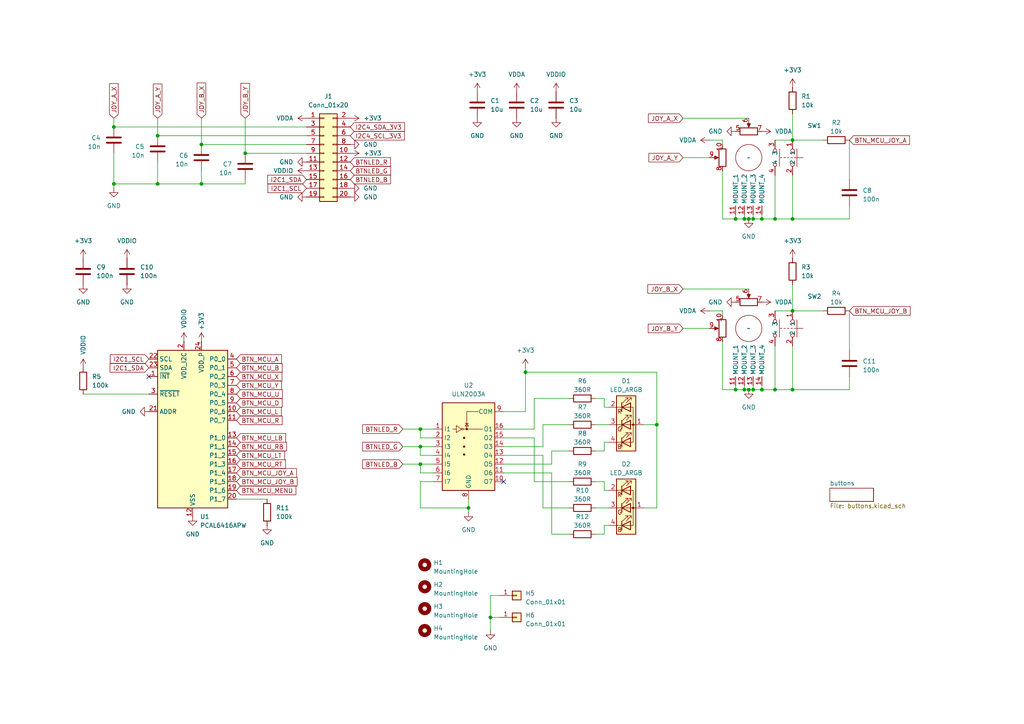
<source format=kicad_sch>
(kicad_sch (version 20250114) (generator "eeschema") (generator_version "9.0")
  (paper "A4")
  (lib_symbols
    (symbol "Connector_Generic:Conn_01x01" (pin_names (offset 1.016) (hide yes))
      (property "Reference" "J" (at 0 2.54 0))
      (property "Value" "Conn_01x01" (at 0 -2.54 0))
      (symbol "Conn_01x01_1_1"
        (rectangle (start -1.27 1.27) (end 1.27 -1.27) (stroke (width 0.254)) (fill (type background)))
        (rectangle (start -1.27 0.127) (end 0 -0.127) (stroke (width 0.1524)))
        (pin passive line (at -5.08 0 0) (length 3.81) (name "Pin_1") (number "1"))
      )
    )
    (symbol "Connector_Generic:Conn_02x10_Odd_Even" (pin_names (offset 1.016) (hide yes))
      (property "Reference" "J" (at 1.27 12.7 0))
      (property "Value" "Conn_02x10_Odd_Even" (at 1.27 -15.24 0))
      (symbol "Conn_02x10_Odd_Even_1_1"
        (rectangle (start -1.27 11.43) (end 3.81 -13.97) (stroke (width 0.254)) (fill (type background)))
        (rectangle (start -1.27 10.287) (end 0 10.033) (stroke (width 0.1524)))
        (rectangle (start -1.27 7.747) (end 0 7.493) (stroke (width 0.1524)))
        (rectangle (start -1.27 5.207) (end 0 4.953) (stroke (width 0.1524)))
        (rectangle (start -1.27 2.667) (end 0 2.413) (stroke (width 0.1524)))
        (rectangle (start -1.27 0.127) (end 0 -0.127) (stroke (width 0.1524)))
        (rectangle (start -1.27 -2.413) (end 0 -2.667) (stroke (width 0.1524)))
        (rectangle (start -1.27 -4.953) (end 0 -5.207) (stroke (width 0.1524)))
        (rectangle (start -1.27 -7.493) (end 0 -7.747) (stroke (width 0.1524)))
        (rectangle (start -1.27 -10.033) (end 0 -10.287) (stroke (width 0.1524)))
        (rectangle (start -1.27 -12.573) (end 0 -12.827) (stroke (width 0.1524)))
        (rectangle (start 3.81 10.287) (end 2.54 10.033) (stroke (width 0.1524)))
        (rectangle (start 3.81 7.747) (end 2.54 7.493) (stroke (width 0.1524)))
        (rectangle (start 3.81 5.207) (end 2.54 4.953) (stroke (width 0.1524)))
        (rectangle (start 3.81 2.667) (end 2.54 2.413) (stroke (width 0.1524)))
        (rectangle (start 3.81 0.127) (end 2.54 -0.127) (stroke (width 0.1524)))
        (rectangle (start 3.81 -2.413) (end 2.54 -2.667) (stroke (width 0.1524)))
        (rectangle (start 3.81 -4.953) (end 2.54 -5.207) (stroke (width 0.1524)))
        (rectangle (start 3.81 -7.493) (end 2.54 -7.747) (stroke (width 0.1524)))
        (rectangle (start 3.81 -10.033) (end 2.54 -10.287) (stroke (width 0.1524)))
        (rectangle (start 3.81 -12.573) (end 2.54 -12.827) (stroke (width 0.1524)))
        (pin passive line (at -5.08 10.16 0) (length 3.81) (name "Pin_1") (number "1"))
        (pin passive line (at -5.08 7.62 0) (length 3.81) (name "Pin_3") (number "3"))
        (pin passive line (at -5.08 5.08 0) (length 3.81) (name "Pin_5") (number "5"))
        (pin passive line (at -5.08 2.54 0) (length 3.81) (name "Pin_7") (number "7"))
        (pin passive line (at -5.08 0 0) (length 3.81) (name "Pin_9") (number "9"))
        (pin passive line (at -5.08 -2.54 0) (length 3.81) (name "Pin_11") (number "11"))
        (pin passive line (at -5.08 -5.08 0) (length 3.81) (name "Pin_13") (number "13"))
        (pin passive line (at -5.08 -7.62 0) (length 3.81) (name "Pin_15") (number "15"))
        (pin passive line (at -5.08 -10.16 0) (length 3.81) (name "Pin_17") (number "17"))
        (pin passive line (at -5.08 -12.7 0) (length 3.81) (name "Pin_19") (number "19"))
        (pin passive line (at 7.62 10.16 180) (length 3.81) (name "Pin_2") (number "2"))
        (pin passive line (at 7.62 7.62 180) (length 3.81) (name "Pin_4") (number "4"))
        (pin passive line (at 7.62 5.08 180) (length 3.81) (name "Pin_6") (number "6"))
        (pin passive line (at 7.62 2.54 180) (length 3.81) (name "Pin_8") (number "8"))
        (pin passive line (at 7.62 0 180) (length 3.81) (name "Pin_10") (number "10"))
        (pin passive line (at 7.62 -2.54 180) (length 3.81) (name "Pin_12") (number "12"))
        (pin passive line (at 7.62 -5.08 180) (length 3.81) (name "Pin_14") (number "14"))
        (pin passive line (at 7.62 -7.62 180) (length 3.81) (name "Pin_16") (number "16"))
        (pin passive line (at 7.62 -10.16 180) (length 3.81) (name "Pin_18") (number "18"))
        (pin passive line (at 7.62 -12.7 180) (length 3.81) (name "Pin_20") (number "20"))
      )
    )
    (symbol "Device:C" (pin_numbers (hide yes)) (pin_names (offset 0.254))
      (property "Reference" "C" (at 0.635 2.54 0))
      (property "Value" "C" (at 0.635 -2.54 0))
      (symbol "C_0_1"
        (polyline (pts (xy -2.032 0.762) (xy 2.032 0.762)) (stroke (width 0.508)))
        (polyline (pts (xy -2.032 -0.762) (xy 2.032 -0.762)) (stroke (width 0.508)))
      )
      (symbol "C_1_1"
        (pin passive line (at 0 3.81 270) (length 2.794) (name "~") (number "1"))
        (pin passive line (at 0 -3.81 90) (length 2.794) (name "~") (number "2"))
      )
    )
    (symbol "Device:LED_ARGB" (pin_names (offset 0) (hide yes))
      (property "Reference" "D" (at 0 9.398 0))
      (property "Value" "LED_ARGB" (at 0 -8.89 0))
      (symbol "LED_ARGB_0_0"
        (text "R" (at -1.905 3.81 0) (effects (font (size 1.27 1.27))))
        (text "G" (at -1.905 -1.27 0) (effects (font (size 1.27 1.27))))
        (text "B" (at -1.905 -6.35 0) (effects (font (size 1.27 1.27))))
      )
      (symbol "LED_ARGB_0_1"
        (polyline (pts (xy -1.27 6.35) (xy -1.27 3.81)) (stroke (width 0.254)))
        (polyline (pts (xy -1.27 6.35) (xy -1.27 3.81) (xy -1.27 3.81)))
        (polyline (pts (xy -1.27 5.08) (xy -2.54 5.08)))
        (polyline (pts (xy -1.27 5.08) (xy 1.27 5.08)))
        (polyline (pts (xy -1.27 1.27) (xy -1.27 -1.27)) (stroke (width 0.254)))
        (polyline (pts (xy -1.27 1.27) (xy -1.27 -1.27) (xy -1.27 -1.27)))
        (polyline (pts (xy -1.27 0) (xy -2.54 0)))
        (polyline (pts (xy -1.27 -3.81) (xy -1.27 -6.35)) (stroke (width 0.254)))
        (polyline (pts (xy -1.27 -5.08) (xy -2.54 -5.08)))
        (polyline (pts (xy -1.27 -5.08) (xy 1.27 -5.08)))
        (polyline (pts (xy -1.016 6.35) (xy 0.508 7.874) (xy -0.254 7.874) (xy 0.508 7.874) (xy 0.508 7.112)))
        (polyline (pts (xy -1.016 1.27) (xy 0.508 2.794) (xy -0.254 2.794) (xy 0.508 2.794) (xy 0.508 2.032)))
        (polyline (pts (xy -1.016 -3.81) (xy 0.508 -2.286) (xy -0.254 -2.286) (xy 0.508 -2.286) (xy 0.508 -3.048)))
        (polyline (pts (xy 0 6.35) (xy 1.524 7.874) (xy 0.762 7.874) (xy 1.524 7.874) (xy 1.524 7.112)))
        (polyline (pts (xy 0 1.27) (xy 1.524 2.794) (xy 0.762 2.794) (xy 1.524 2.794) (xy 1.524 2.032)))
        (polyline (pts (xy 0 -3.81) (xy 1.524 -2.286) (xy 0.762 -2.286) (xy 1.524 -2.286) (xy 1.524 -3.048)))
        (polyline (pts (xy 1.27 6.35) (xy 1.27 3.81) (xy -1.27 5.08) (xy 1.27 6.35)) (stroke (width 0.254)))
        (rectangle (start 1.27 6.35) (end 1.27 6.35))
        (rectangle (start 1.27 3.81) (end 1.27 6.35))
        (polyline (pts (xy 1.27 1.27) (xy 1.27 -1.27) (xy -1.27 0) (xy 1.27 1.27)) (stroke (width 0.254)))
        (rectangle (start 1.27 1.27) (end 1.27 1.27))
        (polyline (pts (xy 1.27 0) (xy -1.27 0)))
        (polyline (pts (xy 1.27 0) (xy 2.54 0)))
        (rectangle (start 1.27 -1.27) (end 1.27 1.27))
        (polyline (pts (xy 1.27 -3.81) (xy 1.27 -6.35) (xy -1.27 -5.08) (xy 1.27 -3.81)) (stroke (width 0.254)))
        (polyline (pts (xy 1.27 -5.08) (xy 2.032 -5.08) (xy 2.032 5.08) (xy 1.27 5.08)))
        (circle (center 2.032 0) (radius 0.254) (fill (type outline)))
        (rectangle (start 2.794 8.382) (end -2.794 -7.62) (stroke (width 0.254)) (fill (type background)))
      )
      (symbol "LED_ARGB_1_1"
        (pin passive line (at -5.08 5.08 0) (length 2.54) (name "RK") (number "2"))
        (pin passive line (at -5.08 0 0) (length 2.54) (name "GK") (number "3"))
        (pin passive line (at -5.08 -5.08 0) (length 2.54) (name "BK") (number "4"))
        (pin passive line (at 5.08 0 180) (length 2.54) (name "A") (number "1"))
      )
    )
    (symbol "Device:R" (pin_numbers (hide yes)) (pin_names (offset 0))
      (property "Reference" "R" (at 2.032 0 90))
      (property "Value" "R" (at 0 0 90))
      (symbol "R_0_1"
        (rectangle (start -1.016 -2.54) (end 1.016 2.54) (stroke (width 0.254)))
      )
      (symbol "R_1_1"
        (pin passive line (at 0 3.81 270) (length 1.27) (name "~") (number "1"))
        (pin passive line (at 0 -3.81 90) (length 1.27) (name "~") (number "2"))
      )
    )
    (symbol "Interface_Expansion:PCAL6416APW"
      (property "Reference" "U" (at -10.16 24.13 0))
      (property "Value" "PCAL6416APW" (at 3.81 24.13 0))
      (symbol "PCAL6416APW_0_1"
        (rectangle (start -10.16 22.86) (end 10.16 -22.86) (stroke (width 0.254)) (fill (type background)))
      )
      (symbol "PCAL6416APW_1_1"
        (pin input line (at -12.7 20.32 0) (length 2.54) (name "SCL") (number "22"))
        (pin bidirectional line (at -12.7 17.78 0) (length 2.54) (name "SDA") (number "23"))
        (pin open_collector line (at -12.7 15.24 0) (length 2.54) (name "~{INT}") (number "1"))
        (pin input line (at -12.7 10.16 0) (length 2.54) (name "~{RESET}") (number "3"))
        (pin input line (at -12.7 5.08 0) (length 2.54) (name "ADDR") (number "21"))
        (pin power_in line (at -2.54 25.4 270) (length 2.54) (name "VDD_I2C") (number "2"))
        (pin power_in line (at 0 -25.4 90) (length 2.54) (name "VSS") (number "12"))
        (pin power_in line (at 2.54 25.4 270) (length 2.54) (name "VDD_P") (number "24"))
        (pin bidirectional line (at 12.7 20.32 180) (length 2.54) (name "P0_0") (number "4"))
        (pin bidirectional line (at 12.7 17.78 180) (length 2.54) (name "P0_1") (number "5"))
        (pin bidirectional line (at 12.7 15.24 180) (length 2.54) (name "P0_2") (number "6"))
        (pin bidirectional line (at 12.7 12.7 180) (length 2.54) (name "P0_3") (number "7"))
        (pin bidirectional line (at 12.7 10.16 180) (length 2.54) (name "P0_4") (number "8"))
        (pin bidirectional line (at 12.7 7.62 180) (length 2.54) (name "P0_5") (number "9"))
        (pin bidirectional line (at 12.7 5.08 180) (length 2.54) (name "P0_6") (number "10"))
        (pin bidirectional line (at 12.7 2.54 180) (length 2.54) (name "P0_7") (number "11"))
        (pin bidirectional line (at 12.7 -2.54 180) (length 2.54) (name "P1_0") (number "13"))
        (pin bidirectional line (at 12.7 -5.08 180) (length 2.54) (name "P1_1") (number "14"))
        (pin bidirectional line (at 12.7 -7.62 180) (length 2.54) (name "P1_2") (number "15"))
        (pin bidirectional line (at 12.7 -10.16 180) (length 2.54) (name "P1_3") (number "16"))
        (pin bidirectional line (at 12.7 -12.7 180) (length 2.54) (name "P1_4") (number "17"))
        (pin bidirectional line (at 12.7 -15.24 180) (length 2.54) (name "P1_5") (number "18"))
        (pin bidirectional line (at 12.7 -17.78 180) (length 2.54) (name "P1_6") (number "19"))
        (pin bidirectional line (at 12.7 -20.32 180) (length 2.54) (name "P1_7") (number "20"))
      )
    )
    (symbol "Mechanical:MountingHole" (pin_names (offset 1.016))
      (property "Reference" "H" (at 0 5.08 0))
      (property "Value" "MountingHole" (at 0 3.175 0))
      (symbol "MountingHole_0_1"
        (circle (center 0 0) (radius 1.27) (stroke (width 1.27)))
      )
    )
    (symbol "Transistor_Array:ULN2003A"
      (property "Reference" "U" (at 0 15.875 0))
      (property "Value" "ULN2003A" (at 0 13.97 0))
      (symbol "ULN2003A_0_1"
        (rectangle (start -7.62 -12.7) (end 7.62 12.7) (stroke (width 0.254)) (fill (type background)))
        (polyline (pts (xy -4.572 5.08) (xy -3.556 5.08)))
        (polyline (pts (xy -3.556 6.096) (xy -3.556 4.064) (xy -2.032 5.08) (xy -3.556 6.096)))
        (circle (center -1.778 5.08) (radius 0.254))
        (polyline (pts (xy -1.524 5.08) (xy 4.064 5.08)))
        (circle (center -1.27 2.54) (radius 0.254) (fill (type outline)))
        (circle (center -1.27 0) (radius 0.254) (fill (type outline)))
        (circle (center -1.27 -2.286) (radius 0.254) (fill (type outline)))
        (circle (center -0.508 5.08) (radius 0.254) (fill (type outline)))
        (polyline (pts (xy -0.508 5.08) (xy -0.508 10.16) (xy 2.921 10.16)))
        (polyline (pts (xy 0 6.731) (xy -1.016 6.731)))
        (polyline (pts (xy 0 5.969) (xy -1.016 5.969) (xy -0.508 6.731) (xy 0 5.969)))
      )
      (symbol "ULN2003A_1_1"
        (pin input line (at -10.16 5.08 0) (length 2.54) (name "I1") (number "1"))
        (pin input line (at -10.16 2.54 0) (length 2.54) (name "I2") (number "2"))
        (pin input line (at -10.16 0 0) (length 2.54) (name "I3") (number "3"))
        (pin input line (at -10.16 -2.54 0) (length 2.54) (name "I4") (number "4"))
        (pin input line (at -10.16 -5.08 0) (length 2.54) (name "I5") (number "5"))
        (pin input line (at -10.16 -7.62 0) (length 2.54) (name "I6") (number "6"))
        (pin input line (at -10.16 -10.16 0) (length 2.54) (name "I7") (number "7"))
        (pin power_in line (at 0 -15.24 90) (length 2.54) (name "GND") (number "8"))
        (pin passive line (at 10.16 10.16 180) (length 2.54) (name "COM") (number "9"))
        (pin open_collector line (at 10.16 5.08 180) (length 2.54) (name "O1") (number "16"))
        (pin open_collector line (at 10.16 2.54 180) (length 2.54) (name "O2") (number "15"))
        (pin open_collector line (at 10.16 0 180) (length 2.54) (name "O3") (number "14"))
        (pin open_collector line (at 10.16 -2.54 180) (length 2.54) (name "O4") (number "13"))
        (pin open_collector line (at 10.16 -5.08 180) (length 2.54) (name "O5") (number "12"))
        (pin open_collector line (at 10.16 -7.62 180) (length 2.54) (name "O6") (number "11"))
        (pin open_collector line (at 10.16 -10.16 180) (length 2.54) (name "O7") (number "10"))
      )
    )
    (symbol "gk-syms:XBOX_THUMB"
      (property "Reference" "SW" (at 0 20.32 0))
      (symbol "XBOX_THUMB_0_1"
        (polyline (pts (xy -10.16 0) (xy -9.144 0)))
        (polyline (pts (xy -8.763 0) (xy -9.906 -0.508) (xy -9.906 0.508) (xy -8.763 0)) (fill (type outline)))
        (rectangle (start -8.636 -2.54) (end -6.604 2.54) (stroke (width 0.254)))
        (rectangle (start -2.54 8.636) (end 2.54 6.604) (stroke (width 0.254)))
        (polyline (pts (xy 0 10.16) (xy 0 9.144)))
        (polyline (pts (xy 0 8.763) (xy -0.508 9.906) (xy 0.508 9.906) (xy 0 8.763)) (fill (type outline)))
        (circle (center 0 0) (radius 3.81))
        (circle (center 7.62 2.032) (radius 0.508))
        (circle (center 7.62 -2.032) (radius 0.508))
        (polyline (pts (xy 8.89 -2.54) (xy 8.89 2.54)))
        (polyline (pts (xy 9.652 0) (xy 9.144 0)))
        (polyline (pts (xy 10.668 0) (xy 10.16 0)))
        (polyline (pts (xy 11.176 0) (xy 11.684 0)))
        (polyline (pts (xy 12.192 0) (xy 12.7 0)))
        (circle (center 12.7 2.032) (radius 0.508))
        (circle (center 12.7 -2.032) (radius 0.508))
        (polyline (pts (xy 13.208 0) (xy 13.716 0)))
        (polyline (pts (xy 13.97 0) (xy 15.748 0)))
        (polyline (pts (xy 13.97 -2.54) (xy 13.97 2.54)))
        (pin passive line (at 7.62 5.08 270) (length 2.54) (name "3") (number "3"))
        (pin passive line (at 7.62 -5.08 90) (length 2.54) (name "4") (number "4"))
        (pin passive line (at 12.7 5.08 270) (length 2.54) (name "1") (number "1"))
        (pin passive line (at 12.7 -5.08 90) (length 2.54) (name "2") (number "2"))
      )
      (symbol "XBOX_THUMB_1_1"
        (pin passive line (at -11.43 0 0) (length 1.27) (name "") (number "9"))
        (pin passive line (at -7.62 3.81 270) (length 1.27) (name "") (number "10"))
        (pin passive line (at -7.62 -3.81 90) (length 1.27) (name "") (number "8"))
        (pin passive line (at -3.81 7.62 0) (length 1.27) (name "") (number "5"))
        (pin passive line (at -3.81 -16.51 90) (length 2.54) (name "MOUNT_1") (number "11"))
        (pin passive line (at -1.27 -16.51 90) (length 2.54) (name "MOUNT_2") (number "12"))
        (pin passive line (at 0 11.43 270) (length 1.27) (name "") (number "6"))
        (pin passive line (at 1.27 -16.51 90) (length 2.54) (name "MOUNT_3") (number "13"))
        (pin passive line (at 3.81 7.62 180) (length 1.27) (name "") (number "7"))
        (pin passive line (at 3.81 -16.51 90) (length 2.54) (name "MOUNT_4") (number "14"))
      )
    )
    (symbol "power:+3V3" (power) (pin_numbers (hide yes)) (pin_names (offset 0) (hide yes))
      (property "Value" "+3V3" (at 0 3.556 0))
      (symbol "+3V3_0_1"
        (polyline (pts (xy -0.762 1.27) (xy 0 2.54)))
        (polyline (pts (xy 0 2.54) (xy 0.762 1.27)))
        (polyline (pts (xy 0 0) (xy 0 2.54)))
      )
      (symbol "+3V3_1_1"
        (pin power_in line (at 0 0 90) (length 0) (name "~") (number "1"))
      )
    )
    (symbol "power:GND" (power) (pin_numbers (hide yes)) (pin_names (offset 0) (hide yes))
      (property "Value" "GND" (at 0 -3.81 0))
      (symbol "GND_0_1"
        (polyline (pts (xy 0 0) (xy 0 -1.27) (xy 1.27 -1.27) (xy 0 -2.54) (xy -1.27 -1.27) (xy 0 -1.27)))
      )
      (symbol "GND_1_1"
        (pin power_in line (at 0 0 270) (length 0) (name "~") (number "1"))
      )
    )
    (symbol "power:VDD" (power) (pin_numbers (hide yes)) (pin_names (offset 0) (hide yes))
      (property "Value" "VDD" (at 0 3.556 0))
      (symbol "VDD_0_1"
        (polyline (pts (xy -0.762 1.27) (xy 0 2.54)))
        (polyline (pts (xy 0 2.54) (xy 0.762 1.27)))
        (polyline (pts (xy 0 0) (xy 0 2.54)))
      )
      (symbol "VDD_1_1"
        (pin power_in line (at 0 0 90) (length 0) (name "~") (number "1"))
      )
    )
    (symbol "power:VDDA" (power) (pin_numbers (hide yes)) (pin_names (offset 0) (hide yes))
      (property "Value" "VDDA" (at 0 3.556 0))
      (symbol "VDDA_0_1"
        (polyline (pts (xy -0.762 1.27) (xy 0 2.54)))
        (polyline (pts (xy 0 2.54) (xy 0.762 1.27)))
        (polyline (pts (xy 0 0) (xy 0 2.54)))
      )
      (symbol "VDDA_1_1"
        (pin power_in line (at 0 0 90) (length 0) (name "~") (number "1"))
      )
    )
  )
  (junction (at 217.17 113.03))
  (junction (at 224.79 113.03))
  (junction (at 135.89 147.32))
  (junction (at 121.92 124.46))
  (junction (at 215.9 63.5))
  (junction (at 33.02 36.83))
  (junction (at 33.02 53.34))
  (junction (at 213.36 63.5))
  (junction (at 229.87 113.03))
  (junction (at 220.98 113.03))
  (junction (at 229.87 40.64))
  (junction (at 220.98 63.5))
  (junction (at 213.36 113.03))
  (junction (at 142.24 179.07))
  (junction (at 121.92 129.54))
  (junction (at 71.12 44.45))
  (junction (at 229.87 63.5))
  (junction (at 121.92 134.62))
  (junction (at 58.42 53.34))
  (junction (at 45.72 39.37))
  (junction (at 217.17 63.5))
  (junction (at 224.79 63.5))
  (junction (at 45.72 53.34))
  (junction (at 218.44 63.5))
  (junction (at 229.87 90.17))
  (junction (at 58.42 41.91))
  (junction (at 218.44 113.03))
  (junction (at 152.4 107.95))
  (junction (at 190.5 123.19))
  (junction (at 215.9 113.03))
  (no_connect (at 43.18 109.22))
  (no_connect (at 146.05 139.7))
  (wire (pts (xy 71.12 34.29) (xy 71.12 44.45)))
  (wire (pts (xy 186.69 123.19) (xy 190.5 123.19)))
  (wire (pts (xy 215.9 111.76) (xy 215.9 113.03)))
  (wire (pts (xy 157.48 123.19) (xy 157.48 129.54)))
  (wire (pts (xy 45.72 34.29) (xy 45.72 39.37)))
  (wire (pts (xy 116.84 134.62) (xy 121.92 134.62)))
  (wire (pts (xy 229.87 40.64) (xy 238.76 40.64)))
  (wire (pts (xy 224.79 100.33) (xy 224.79 113.03)))
  (wire (pts (xy 229.87 113.03) (xy 224.79 113.03)))
  (wire (pts (xy 229.87 90.17) (xy 238.76 90.17)))
  (wire (pts (xy 172.72 139.7) (xy 175.26 139.7)))
  (wire (pts (xy 209.55 113.03) (xy 213.36 113.03)))
  (wire (pts (xy 213.36 111.76) (xy 213.36 113.03)))
  (wire (pts (xy 121.92 124.46) (xy 121.92 127)))
  (wire (pts (xy 175.26 142.24) (xy 176.53 142.24)))
  (wire (pts (xy 229.87 40.64) (xy 229.87 33.02)))
  (wire (pts (xy 160.02 137.16) (xy 146.05 137.16)))
  (wire (pts (xy 213.36 113.03) (xy 215.9 113.03)))
  (wire (pts (xy 121.92 124.46) (xy 125.73 124.46)))
  (wire (pts (xy 121.92 147.32) (xy 121.92 139.7)))
  (wire (pts (xy 121.92 132.08) (xy 125.73 132.08)))
  (wire (pts (xy 152.4 119.38) (xy 146.05 119.38)))
  (wire (pts (xy 229.87 50.8) (xy 229.87 63.5)))
  (wire (pts (xy 215.9 113.03) (xy 217.17 113.03)))
  (wire (pts (xy 152.4 107.95) (xy 152.4 119.38)))
  (wire (pts (xy 175.26 130.81) (xy 175.26 128.27)))
  (wire (pts (xy 165.1 130.81) (xy 160.02 130.81)))
  (wire (pts (xy 157.48 129.54) (xy 146.05 129.54)))
  (wire (pts (xy 190.5 107.95) (xy 152.4 107.95)))
  (wire (pts (xy 209.55 99.06) (xy 209.55 113.03)))
  (wire (pts (xy 165.1 123.19) (xy 157.48 123.19)))
  (wire (pts (xy 209.55 63.5) (xy 213.36 63.5)))
  (wire (pts (xy 229.87 63.5) (xy 246.38 63.5)))
  (wire (pts (xy 209.55 40.64) (xy 209.55 41.91)))
  (wire (pts (xy 224.79 90.17) (xy 229.87 90.17)))
  (wire (pts (xy 121.92 129.54) (xy 121.92 132.08)))
  (wire (pts (xy 229.87 63.5) (xy 224.79 63.5)))
  (wire (pts (xy 121.92 127) (xy 125.73 127)))
  (wire (pts (xy 154.94 139.7) (xy 165.1 139.7)))
  (wire (pts (xy 58.42 41.91) (xy 88.9 41.91)))
  (wire (pts (xy 33.02 44.45) (xy 33.02 53.34)))
  (wire (pts (xy 154.94 127) (xy 154.94 139.7)))
  (wire (pts (xy 198.12 83.82) (xy 217.17 83.82)))
  (wire (pts (xy 165.1 154.94) (xy 160.02 154.94)))
  (wire (pts (xy 218.44 111.76) (xy 218.44 113.03)))
  (wire (pts (xy 33.02 34.29) (xy 33.02 36.83)))
  (wire (pts (xy 157.48 132.08) (xy 146.05 132.08)))
  (wire (pts (xy 152.4 106.68) (xy 152.4 107.95)))
  (wire (pts (xy 121.92 134.62) (xy 121.92 137.16)))
  (wire (pts (xy 45.72 46.99) (xy 45.72 53.34)))
  (wire (pts (xy 175.26 128.27) (xy 176.53 128.27)))
  (wire (pts (xy 175.26 154.94) (xy 175.26 152.4)))
  (wire (pts (xy 121.92 129.54) (xy 125.73 129.54)))
  (wire (pts (xy 224.79 40.64) (xy 229.87 40.64)))
  (wire (pts (xy 160.02 154.94) (xy 160.02 137.16)))
  (wire (pts (xy 172.72 115.57) (xy 175.26 115.57)))
  (wire (pts (xy 205.74 90.17) (xy 209.55 90.17)))
  (wire (pts (xy 229.87 90.17) (xy 229.87 82.55)))
  (wire (pts (xy 24.13 114.3) (xy 43.18 114.3)))
  (wire (pts (xy 154.94 124.46) (xy 146.05 124.46)))
  (wire (pts (xy 224.79 113.03) (xy 220.98 113.03)))
  (wire (pts (xy 218.44 62.23) (xy 218.44 63.5)))
  (wire (pts (xy 175.26 118.11) (xy 176.53 118.11)))
  (wire (pts (xy 116.84 129.54) (xy 121.92 129.54)))
  (wire (pts (xy 190.5 147.32) (xy 190.5 123.19)))
  (wire (pts (xy 213.36 63.5) (xy 215.9 63.5)))
  (wire (pts (xy 71.12 52.07) (xy 71.12 53.34)))
  (wire (pts (xy 220.98 113.03) (xy 218.44 113.03)))
  (wire (pts (xy 135.89 148.59) (xy 135.89 147.32)))
  (wire (pts (xy 135.89 147.32) (xy 135.89 144.78)))
  (wire (pts (xy 142.24 179.07) (xy 142.24 182.88)))
  (wire (pts (xy 135.89 147.32) (xy 121.92 147.32)))
  (wire (pts (xy 165.1 147.32) (xy 157.48 147.32)))
  (wire (pts (xy 224.79 63.5) (xy 220.98 63.5)))
  (wire (pts (xy 33.02 53.34) (xy 33.02 54.61)))
  (wire (pts (xy 160.02 130.81) (xy 160.02 134.62)))
  (wire (pts (xy 186.69 147.32) (xy 190.5 147.32)))
  (wire (pts (xy 172.72 123.19) (xy 176.53 123.19)))
  (wire (pts (xy 205.74 40.64) (xy 209.55 40.64)))
  (wire (pts (xy 205.74 95.25) (xy 198.12 95.25)))
  (wire (pts (xy 209.55 49.53) (xy 209.55 63.5)))
  (wire (pts (xy 215.9 63.5) (xy 217.17 63.5)))
  (wire (pts (xy 116.84 124.46) (xy 121.92 124.46)))
  (wire (pts (xy 172.72 130.81) (xy 175.26 130.81)))
  (wire (pts (xy 246.38 113.03) (xy 246.38 109.22)))
  (wire (pts (xy 157.48 147.32) (xy 157.48 132.08)))
  (wire (pts (xy 68.58 144.78) (xy 77.47 144.78)))
  (wire (pts (xy 154.94 115.57) (xy 154.94 124.46)))
  (wire (pts (xy 58.42 53.34) (xy 45.72 53.34)))
  (wire (pts (xy 246.38 63.5) (xy 246.38 59.69)))
  (wire (pts (xy 213.36 62.23) (xy 213.36 63.5)))
  (wire (pts (xy 165.1 115.57) (xy 154.94 115.57)))
  (wire (pts (xy 246.38 90.17) (xy 246.38 101.6)))
  (wire (pts (xy 190.5 123.19) (xy 190.5 107.95)))
  (wire (pts (xy 121.92 139.7) (xy 125.73 139.7)))
  (wire (pts (xy 229.87 113.03) (xy 246.38 113.03)))
  (wire (pts (xy 175.26 152.4) (xy 176.53 152.4)))
  (wire (pts (xy 220.98 111.76) (xy 220.98 113.03)))
  (wire (pts (xy 218.44 63.5) (xy 217.17 63.5)))
  (wire (pts (xy 121.92 137.16) (xy 125.73 137.16)))
  (wire (pts (xy 71.12 44.45) (xy 88.9 44.45)))
  (wire (pts (xy 172.72 154.94) (xy 175.26 154.94)))
  (wire (pts (xy 229.87 100.33) (xy 229.87 113.03)))
  (wire (pts (xy 146.05 127) (xy 154.94 127)))
  (wire (pts (xy 198.12 34.29) (xy 217.17 34.29)))
  (wire (pts (xy 175.26 139.7) (xy 175.26 142.24)))
  (wire (pts (xy 33.02 36.83) (xy 88.9 36.83)))
  (wire (pts (xy 71.12 53.34) (xy 58.42 53.34)))
  (wire (pts (xy 224.79 50.8) (xy 224.79 63.5)))
  (wire (pts (xy 209.55 90.17) (xy 209.55 91.44)))
  (wire (pts (xy 172.72 147.32) (xy 176.53 147.32)))
  (wire (pts (xy 144.78 172.72) (xy 142.24 172.72)))
  (wire (pts (xy 205.74 45.72) (xy 198.12 45.72)))
  (wire (pts (xy 142.24 172.72) (xy 142.24 179.07)))
  (wire (pts (xy 45.72 39.37) (xy 88.9 39.37)))
  (wire (pts (xy 45.72 53.34) (xy 33.02 53.34)))
  (wire (pts (xy 246.38 40.64) (xy 246.38 52.07)))
  (wire (pts (xy 215.9 62.23) (xy 215.9 63.5)))
  (wire (pts (xy 58.42 49.53) (xy 58.42 53.34)))
  (wire (pts (xy 58.42 34.29) (xy 58.42 41.91)))
  (wire (pts (xy 218.44 113.03) (xy 217.17 113.03)))
  (wire (pts (xy 146.05 134.62) (xy 160.02 134.62)))
  (wire (pts (xy 220.98 63.5) (xy 218.44 63.5)))
  (wire (pts (xy 121.92 134.62) (xy 125.73 134.62)))
  (wire (pts (xy 175.26 115.57) (xy 175.26 118.11)))
  (wire (pts (xy 142.24 179.07) (xy 144.78 179.07)))
  (wire (pts (xy 220.98 62.23) (xy 220.98 63.5)))
  (global_label "BTN_MCU_Y" (shape input) (at 68.58 111.76 0) (property "Intersheetrefs" "${INTERSHEET_REFS}" (effects (hide yes))))
  (global_label "BTN_MCU_JOY_A" (shape input) (at 68.58 137.16 0) (property "Intersheetrefs" "${INTERSHEET_REFS}" (effects (hide yes))))
  (global_label "JOY_B_Y" (shape input) (at 198.12 95.25 180) (property "Intersheetrefs" "${INTERSHEET_REFS}" (effects (hide yes))))
  (global_label "BTNLED_R" (shape input) (at 116.84 124.46 180) (property "Intersheetrefs" "${INTERSHEET_REFS}" (effects (hide yes))))
  (global_label "JOY_B_X" (shape input) (at 198.12 83.82 180) (property "Intersheetrefs" "${INTERSHEET_REFS}" (effects (hide yes))))
  (global_label "BTN_MCU_RT" (shape input) (at 68.58 134.62 0) (property "Intersheetrefs" "${INTERSHEET_REFS}" (effects (hide yes))))
  (global_label "BTN_MCU_R" (shape input) (at 68.58 121.92 0) (property "Intersheetrefs" "${INTERSHEET_REFS}" (effects (hide yes))))
  (global_label "BTNLED_B" (shape input) (at 101.6 52.07 0) (property "Intersheetrefs" "${INTERSHEET_REFS}" (effects (hide yes))))
  (global_label "BTN_MCU_JOY_A" (shape input) (at 246.38 40.64 0) (property "Intersheetrefs" "${INTERSHEET_REFS}" (effects (hide yes))))
  (global_label "JOY_B_X" (shape input) (at 58.42 34.29 90) (property "Intersheetrefs" "${INTERSHEET_REFS}" (effects (hide yes))))
  (global_label "BTN_MCU_B" (shape input) (at 68.58 106.68 0) (property "Intersheetrefs" "${INTERSHEET_REFS}" (effects (hide yes))))
  (global_label "BTNLED_B" (shape input) (at 116.84 134.62 180) (property "Intersheetrefs" "${INTERSHEET_REFS}" (effects (hide yes))))
  (global_label "BTN_MCU_D" (shape input) (at 68.58 116.84 0) (property "Intersheetrefs" "${INTERSHEET_REFS}" (effects (hide yes))))
  (global_label "BTN_MCU_JOY_B" (shape input) (at 246.38 90.17 0) (property "Intersheetrefs" "${INTERSHEET_REFS}" (effects (hide yes))))
  (global_label "JOY_A_X" (shape input) (at 33.02 34.29 90) (property "Intersheetrefs" "${INTERSHEET_REFS}" (effects (hide yes))))
  (global_label "I2C1_SCL" (shape input) (at 88.9 54.61 180) (property "Intersheetrefs" "${INTERSHEET_REFS}" (effects (hide yes))))
  (global_label "JOY_A_X" (shape input) (at 198.12 34.29 180) (property "Intersheetrefs" "${INTERSHEET_REFS}" (effects (hide yes))))
  (global_label "BTN_MCU_MENU" (shape input) (at 68.58 142.24 0) (property "Intersheetrefs" "${INTERSHEET_REFS}" (effects (hide yes))))
  (global_label "BTNLED_G" (shape input) (at 116.84 129.54 180) (property "Intersheetrefs" "${INTERSHEET_REFS}" (effects (hide yes))))
  (global_label "BTN_MCU_JOY_B" (shape input) (at 68.58 139.7 0) (property "Intersheetrefs" "${INTERSHEET_REFS}" (effects (hide yes))))
  (global_label "JOY_A_Y" (shape input) (at 198.12 45.72 180) (property "Intersheetrefs" "${INTERSHEET_REFS}" (effects (hide yes))))
  (global_label "BTN_MCU_LT" (shape input) (at 68.58 132.08 0) (property "Intersheetrefs" "${INTERSHEET_REFS}" (effects (hide yes))))
  (global_label "BTN_MCU_U" (shape input) (at 68.58 114.3 0) (property "Intersheetrefs" "${INTERSHEET_REFS}" (effects (hide yes))))
  (global_label "BTN_MCU_RB" (shape input) (at 68.58 129.54 0) (property "Intersheetrefs" "${INTERSHEET_REFS}" (effects (hide yes))))
  (global_label "I2C1_SDA" (shape input) (at 43.18 106.68 180) (property "Intersheetrefs" "${INTERSHEET_REFS}" (effects (hide yes))))
  (global_label "BTNLED_R" (shape input) (at 101.6 46.99 0) (property "Intersheetrefs" "${INTERSHEET_REFS}" (effects (hide yes))))
  (global_label "JOY_B_Y" (shape input) (at 71.12 34.29 90) (property "Intersheetrefs" "${INTERSHEET_REFS}" (effects (hide yes))))
  (global_label "I2C1_SCL" (shape input) (at 43.18 104.14 180) (property "Intersheetrefs" "${INTERSHEET_REFS}" (effects (hide yes))))
  (global_label "BTN_MCU_X" (shape input) (at 68.58 109.22 0) (property "Intersheetrefs" "${INTERSHEET_REFS}" (effects (hide yes))))
  (global_label "BTN_MCU_LB" (shape input) (at 68.58 127 0) (property "Intersheetrefs" "${INTERSHEET_REFS}" (effects (hide yes))))
  (global_label "JOY_A_Y" (shape input) (at 45.72 34.29 90) (property "Intersheetrefs" "${INTERSHEET_REFS}" (effects (hide yes))))
  (global_label "I2C4_SDA_3V3" (shape input) (at 101.6 36.83 0) (property "Intersheetrefs" "${INTERSHEET_REFS}" (effects (hide yes))))
  (global_label "BTN_MCU_L" (shape input) (at 68.58 119.38 0) (property "Intersheetrefs" "${INTERSHEET_REFS}" (effects (hide yes))))
  (global_label "BTNLED_G" (shape input) (at 101.6 49.53 0) (property "Intersheetrefs" "${INTERSHEET_REFS}" (effects (hide yes))))
  (global_label "BTN_MCU_A" (shape input) (at 68.58 104.14 0) (property "Intersheetrefs" "${INTERSHEET_REFS}" (effects (hide yes))))
  (global_label "I2C4_SCL_3V3" (shape input) (at 101.6 39.37 0) (property "Intersheetrefs" "${INTERSHEET_REFS}" (effects (hide yes))))
  (global_label "I2C1_SDA" (shape input) (at 88.9 52.07 180) (property "Intersheetrefs" "${INTERSHEET_REFS}" (effects (hide yes))))
  (symbol (lib_id "Connector_Generic:Conn_01x01") (at 149.86 172.72 0) (unit 1)
    (property "Reference" "H5" (at 152.4 172.085 0) (effects (justify left)))
    (property "Value" "Conn_01x01" (at 152.4 174.625 0) (effects (justify left)))
    (property "Footprint" "Connector_PinHeader_2.54mm:PinHeader_1x01_P2.54mm_Vertical" (effects (hide yes)))
  )
  (symbol (lib_id "Device:R") (at 168.91 147.32 270) (unit 1)
    (property "Reference" "R10" (at 168.91 142.24 90))
    (property "Value" "360R" (at 168.91 144.78 90))
    (property "Footprint" "Resistor_SMD:R_0603_1608Metric" (effects (hide yes)))
  )
  (symbol (lib_id "Interface_Expansion:PCAL6416APW") (at 55.88 124.46 0) (unit 1)
    (property "Reference" "U1" (at 58.0233 149.86 0) (effects (justify left)))
    (property "Value" "PCAL6416APW" (at 58.0233 152.4 0) (effects (justify left)))
    (property "Footprint" "Package_SO:TSSOP-24_4.4x7.8mm_P0.65mm" (effects (hide yes)))
    (property "Datasheet" "https://www.nxp.com/docs/en/data-sheet/PCAL6416A.pdf" (effects (hide yes)))
    (property "Description" "IO expander 16 GPIO, I2C 400kHz, Interrupt, 1.65 - 5.5V, TSSOP-24" (effects (hide yes)))
  )
  (symbol (lib_id "power:VDD") (at 53.34 99.06 0) (unit 1)
    (property "Reference" "#PWR030" (effects (hide yes)))
    (property "Value" "VDDIO" (at 53.34 92.456 90))
    (property "Description" "Power symbol creates a global label with name \"VDD\"" (effects (hide yes)))
  )
  (symbol (lib_id "power:GND") (at 55.88 149.86 0) (mirror y) (unit 1)
    (property "Reference" "#PWR037" (effects (hide yes)))
    (property "Value" "GND" (at 55.88 154.94 0))
    (property "Description" "Power symbol creates a global label with name \"GND\" , ground" (effects (hide yes)))
  )
  (symbol (lib_id "Device:C") (at 58.42 45.72 0) (mirror y) (unit 1)
    (property "Reference" "C6" (at 54.61 45.085 0) (effects (justify left)))
    (property "Value" "10n" (at 54.61 47.625 0) (effects (justify left)))
    (property "Footprint" "Capacitor_SMD:C_0603_1608Metric" (effects (hide yes)))
  )
  (symbol (lib_id "power:GND") (at 43.18 119.38 270) (mirror x) (unit 1)
    (property "Reference" "#PWR035" (effects (hide yes)))
    (property "Value" "GND" (at 39.37 119.3799 90) (effects (justify right)))
    (property "Description" "Power symbol creates a global label with name \"GND\" , ground" (effects (hide yes)))
  )
  (symbol (lib_id "power:VDDA") (at 205.74 90.17 90) (unit 1)
    (property "Reference" "#PWR029" (effects (hide yes)))
    (property "Value" "VDDA" (at 201.93 90.1699 90) (effects (justify left)))
    (property "Description" "Power symbol creates a global label with name \"VDDA\"" (effects (hide yes)))
  )
  (symbol (lib_id "Device:C") (at 71.12 48.26 0) (mirror y) (unit 1)
    (property "Reference" "C7" (at 67.31 47.625 0) (effects (justify left)))
    (property "Value" "10n" (at 67.31 50.165 0) (effects (justify left)))
    (property "Footprint" "Capacitor_SMD:C_0603_1608Metric" (effects (hide yes)))
  )
  (symbol (lib_id "Device:R") (at 168.91 130.81 270) (unit 1)
    (property "Reference" "R8" (at 168.91 125.73 90))
    (property "Value" "360R" (at 168.91 128.27 90))
    (property "Footprint" "Resistor_SMD:R_0603_1608Metric" (effects (hide yes)))
  )
  (symbol (lib_id "power:GND") (at 138.43 34.29 0) (mirror y) (unit 1)
    (property "Reference" "#PWR07" (effects (hide yes)))
    (property "Value" "GND" (at 138.43 39.37 0))
    (property "Description" "Power symbol creates a global label with name \"GND\" , ground" (effects (hide yes)))
  )
  (symbol (lib_id "power:+3V3") (at 101.6 34.29 270) (mirror x) (unit 1)
    (property "Reference" "#PWR06" (effects (hide yes)))
    (property "Value" "+3V3" (at 105.41 34.2901 90) (effects (justify left)))
    (property "Description" "Power symbol creates a global label with name \"+3V3\"" (effects (hide yes)))
  )
  (symbol (lib_id "power:VDDA") (at 149.86 26.67 0) (unit 1)
    (property "Reference" "#PWR03" (effects (hide yes)))
    (property "Value" "VDDA" (at 149.86 21.59 0))
    (property "Description" "Power symbol creates a global label with name \"VDDA\"" (effects (hide yes)))
  )
  (symbol (lib_id "power:VDDA") (at 220.98 38.1 270) (unit 1)
    (property "Reference" "#PWR011" (effects (hide yes)))
    (property "Value" "VDDA" (at 224.79 38.0999 90) (effects (justify left)))
    (property "Description" "Power symbol creates a global label with name \"VDDA\"" (effects (hide yes)))
  )
  (symbol (lib_id "Device:LED_ARGB") (at 181.61 147.32 0) (unit 1)
    (property "Reference" "D2" (at 181.61 134.62 0))
    (property "Value" "LED_ARGB" (at 181.61 137.16 0))
    (property "Footprint" "LED_SMD:LED_ASMB-KTF0-0A306" (effects (hide yes)))
  )
  (symbol (lib_id "power:+3V3") (at 138.43 26.67 0) (mirror y) (unit 1)
    (property "Reference" "#PWR02" (effects (hide yes)))
    (property "Value" "+3V3" (at 138.43 21.59 0))
    (property "Description" "Power symbol creates a global label with name \"+3V3\"" (effects (hide yes)))
  )
  (symbol (lib_id "Mechanical:MountingHole") (at 123.19 163.83 0) (unit 1)
    (property "Reference" "H1" (at 125.73 163.195 0) (effects (justify left)))
    (property "Value" "MountingHole" (at 125.73 165.735 0) (effects (justify left)))
    (property "Footprint" "MountingHole:MountingHole_3.2mm_M3" (effects (hide yes)))
  )
  (symbol (lib_id "power:GND") (at 33.02 54.61 0) (unit 1)
    (property "Reference" "#PWR017" (effects (hide yes)))
    (property "Value" "GND" (at 33.02 59.69 0))
    (property "Description" "Power symbol creates a global label with name \"GND\" , ground" (effects (hide yes)))
  )
  (symbol (lib_id "Connector_Generic:Conn_02x10_Odd_Even") (at 93.98 44.45 0) (unit 1)
    (property "Reference" "J1" (at 95.25 27.94 0))
    (property "Value" "Conn_01x20" (at 95.25 30.48 0))
    (property "Footprint" "Connector_PinHeader_1.27mm:PinHeader_2x10_P1.27mm_Vertical_SMD" (effects (hide yes)))
    (property "Description" "Generic connector, double row, 02x10, odd/even pin numbering scheme (row 1 odd numbers, row 2 even numbers), script generated (kicad-library-utils/schlib/autogen/connector/)" (effects (hide yes)))
  )
  (symbol (lib_id "gk-syms:XBOX_THUMB") (at 217.17 45.72 0) (unit 1)
    (property "Reference" "SW1" (at 236.22 36.4491 0))
    (property "Value" "~" (at 217.17 45.72 0))
    (property "Footprint" "gk:XBOX_THUMB_ROT_OVERLAP" (effects (hide yes)))
  )
  (symbol (lib_id "power:GND") (at 88.9 46.99 270) (unit 1)
    (property "Reference" "#PWR015" (effects (hide yes)))
    (property "Value" "GND" (at 85.09 46.9901 90) (effects (justify right)))
    (property "Description" "Power symbol creates a global label with name \"GND\" , ground" (effects (hide yes)))
  )
  (symbol (lib_id "gk-syms:XBOX_THUMB") (at 217.17 95.25 0) (unit 1)
    (property "Reference" "SW2" (at 236.22 85.9791 0))
    (property "Value" "~" (at 217.17 95.25 0))
    (property "Footprint" "gk:XBOX_THUMB_ROT_OVERLAP" (effects (hide yes)))
  )
  (symbol (lib_id "power:VDD") (at 24.13 106.68 0) (unit 1)
    (property "Reference" "#PWR032" (effects (hide yes)))
    (property "Value" "VDDIO" (at 24.13 100.076 90))
    (property "Description" "Power symbol creates a global label with name \"VDD\"" (effects (hide yes)))
  )
  (symbol (lib_id "power:GND") (at 142.24 182.88 0) (unit 1)
    (property "Reference" "#PWR088" (effects (hide yes)))
    (property "Value" "GND" (at 142.24 187.96 0))
  )
  (symbol (lib_id "power:GND") (at 101.6 41.91 90) (mirror x) (unit 1)
    (property "Reference" "#PWR013" (effects (hide yes)))
    (property "Value" "GND" (at 105.41 41.9101 90) (effects (justify right)))
    (property "Description" "Power symbol creates a global label with name \"GND\" , ground" (effects (hide yes)))
  )
  (symbol (lib_id "power:+3V3") (at 152.4 106.68 0) (mirror y) (unit 1)
    (property "Reference" "#PWR033" (effects (hide yes)))
    (property "Value" "+3V3" (at 152.4 101.6 0))
    (property "Description" "Power symbol creates a global label with name \"+3V3\"" (effects (hide yes)))
  )
  (symbol (lib_id "Device:C") (at 246.38 55.88 0) (unit 1)
    (property "Reference" "C8" (at 250.19 55.245 0) (effects (justify left)))
    (property "Value" "100n" (at 250.19 57.785 0) (effects (justify left)))
    (property "Footprint" "Capacitor_SMD:C_0603_1608Metric" (effects (hide yes)))
  )
  (symbol (lib_id "Device:C") (at 161.29 30.48 0) (unit 1)
    (property "Reference" "C3" (at 165.1 29.2099 0) (effects (justify left)))
    (property "Value" "10u" (at 165.1 31.7499 0) (effects (justify left)))
    (property "Footprint" "Capacitor_SMD:C_0805_2012Metric" (effects (hide yes)))
    (property "Description" "Unpolarized capacitor" (effects (hide yes)))
  )
  (symbol (lib_id "Device:R") (at 168.91 154.94 270) (unit 1)
    (property "Reference" "R12" (at 168.91 149.86 90))
    (property "Value" "360R" (at 168.91 152.4 90))
    (property "Footprint" "Resistor_SMD:R_0603_1608Metric" (effects (hide yes)))
  )
  (symbol (lib_id "Device:C") (at 36.83 78.74 0) (unit 1)
    (property "Reference" "C10" (at 40.64 77.4699 0) (effects (justify left)))
    (property "Value" "100n" (at 40.64 80.0099 0) (effects (justify left)))
    (property "Footprint" "Capacitor_SMD:C_0603_1608Metric" (effects (hide yes)))
    (property "Description" "Unpolarized capacitor" (effects (hide yes)))
  )
  (symbol (lib_id "power:GND") (at 36.83 82.55 0) (mirror y) (unit 1)
    (property "Reference" "#PWR026" (effects (hide yes)))
    (property "Value" "GND" (at 36.83 87.63 0))
    (property "Description" "Power symbol creates a global label with name \"GND\" , ground" (effects (hide yes)))
  )
  (symbol (lib_id "power:GND") (at 161.29 34.29 0) (mirror y) (unit 1)
    (property "Reference" "#PWR09" (effects (hide yes)))
    (property "Value" "GND" (at 161.29 39.37 0))
    (property "Description" "Power symbol creates a global label with name \"GND\" , ground" (effects (hide yes)))
  )
  (symbol (lib_id "Device:C") (at 138.43 30.48 0) (unit 1)
    (property "Reference" "C1" (at 142.24 29.2099 0) (effects (justify left)))
    (property "Value" "10u" (at 142.24 31.7499 0) (effects (justify left)))
    (property "Footprint" "Capacitor_SMD:C_0805_2012Metric" (effects (hide yes)))
    (property "Description" "Unpolarized capacitor" (effects (hide yes)))
  )
  (symbol (lib_id "Device:R") (at 242.57 40.64 90) (unit 1)
    (property "Reference" "R2" (at 242.57 35.56 90))
    (property "Value" "10k" (at 242.57 38.1 90))
    (property "Footprint" "Resistor_SMD:R_0603_1608Metric" (effects (hide yes)))
  )
  (symbol (lib_id "power:VDD") (at 88.9 49.53 90) (unit 1)
    (property "Reference" "#PWR016" (effects (hide yes)))
    (property "Value" "VDDIO" (at 85.09 49.5301 90) (effects (justify left)))
    (property "Description" "Power symbol creates a global label with name \"VDD\"" (effects (hide yes)))
  )
  (symbol (lib_id "power:GND") (at 149.86 34.29 0) (mirror y) (unit 1)
    (property "Reference" "#PWR08" (effects (hide yes)))
    (property "Value" "GND" (at 149.86 39.37 0))
    (property "Description" "Power symbol creates a global label with name \"GND\" , ground" (effects (hide yes)))
  )
  (symbol (lib_id "power:GND") (at 213.36 38.1 270) (unit 1)
    (property "Reference" "#PWR010" (effects (hide yes)))
    (property "Value" "GND" (at 209.55 38.0999 90) (effects (justify right)))
  )
  (symbol (lib_id "Mechanical:MountingHole") (at 123.19 176.53 0) (unit 1)
    (property "Reference" "H3" (at 125.73 175.895 0) (effects (justify left)))
    (property "Value" "MountingHole" (at 125.73 178.435 0) (effects (justify left)))
    (property "Footprint" "MountingHole:MountingHole_3.2mm_M3" (effects (hide yes)))
  )
  (symbol (lib_id "power:GND") (at 101.6 57.15 90) (mirror x) (unit 1)
    (property "Reference" "#PWR020" (effects (hide yes)))
    (property "Value" "GND" (at 105.41 57.1501 90) (effects (justify right)))
    (property "Description" "Power symbol creates a global label with name \"GND\" , ground" (effects (hide yes)))
  )
  (symbol (lib_id "Device:R") (at 24.13 110.49 0) (unit 1)
    (property "Reference" "R5" (at 26.67 109.2199 0) (effects (justify left)))
    (property "Value" "100k" (at 26.67 111.7599 0) (effects (justify left)))
    (property "Footprint" "Resistor_SMD:R_0603_1608Metric" (effects (hide yes)))
    (property "Description" "Resistor" (effects (hide yes)))
  )
  (symbol (lib_id "Device:C") (at 246.38 105.41 0) (unit 1)
    (property "Reference" "C11" (at 250.19 104.775 0) (effects (justify left)))
    (property "Value" "100n" (at 250.19 107.315 0) (effects (justify left)))
    (property "Footprint" "Capacitor_SMD:C_0603_1608Metric" (effects (hide yes)))
  )
  (symbol (lib_id "power:GND") (at 135.89 148.59 0) (unit 1)
    (property "Reference" "#PWR036" (effects (hide yes)))
    (property "Value" "GND" (at 135.89 153.67 0))
  )
  (symbol (lib_id "Device:R") (at 229.87 29.21 180) (unit 1)
    (property "Reference" "R1" (at 232.41 27.9399 0) (effects (justify right)))
    (property "Value" "10k" (at 232.41 30.4799 0) (effects (justify right)))
    (property "Footprint" "Resistor_SMD:R_0603_1608Metric" (effects (hide yes)))
  )
  (symbol (lib_id "Device:C") (at 24.13 78.74 0) (unit 1)
    (property "Reference" "C9" (at 27.94 77.4699 0) (effects (justify left)))
    (property "Value" "100n" (at 27.94 80.0099 0) (effects (justify left)))
    (property "Footprint" "Capacitor_SMD:C_0603_1608Metric" (effects (hide yes)))
    (property "Description" "Unpolarized capacitor" (effects (hide yes)))
  )
  (symbol (lib_id "power:+3V3") (at 229.87 74.93 0) (mirror y) (unit 1)
    (property "Reference" "#PWR024" (effects (hide yes)))
    (property "Value" "+3V3" (at 229.87 69.85 0))
    (property "Description" "Power symbol creates a global label with name \"+3V3\"" (effects (hide yes)))
  )
  (symbol (lib_id "Device:C") (at 149.86 30.48 0) (unit 1)
    (property "Reference" "C2" (at 153.67 29.2099 0) (effects (justify left)))
    (property "Value" "10u" (at 153.67 31.7499 0) (effects (justify left)))
    (property "Footprint" "Capacitor_SMD:C_0805_2012Metric" (effects (hide yes)))
    (property "Description" "Unpolarized capacitor" (effects (hide yes)))
  )
  (symbol (lib_id "power:VDDA") (at 88.9 34.29 90) (unit 1)
    (property "Reference" "#PWR05" (effects (hide yes)))
    (property "Value" "VDDA" (at 85.09 34.2901 90) (effects (justify left)))
    (property "Description" "Power symbol creates a global label with name \"VDDA\"" (effects (hide yes)))
  )
  (symbol (lib_id "power:VDD") (at 161.29 26.67 0) (unit 1)
    (property "Reference" "#PWR04" (effects (hide yes)))
    (property "Value" "VDDIO" (at 161.29 21.59 0))
    (property "Description" "Power symbol creates a global label with name \"VDD\"" (effects (hide yes)))
  )
  (symbol (lib_id "power:+3V3") (at 229.87 25.4 0) (mirror y) (unit 1)
    (property "Reference" "#PWR01" (effects (hide yes)))
    (property "Value" "+3V3" (at 229.87 20.32 0))
    (property "Description" "Power symbol creates a global label with name \"+3V3\"" (effects (hide yes)))
  )
  (symbol (lib_id "power:VDD") (at 36.83 74.93 0) (unit 1)
    (property "Reference" "#PWR023" (effects (hide yes)))
    (property "Value" "VDDIO" (at 36.83 69.85 0))
    (property "Description" "Power symbol creates a global label with name \"VDD\"" (effects (hide yes)))
  )
  (symbol (lib_id "Device:R") (at 77.47 148.59 0) (unit 1)
    (property "Reference" "R11" (at 80.01 147.3199 0) (effects (justify left)))
    (property "Value" "100k" (at 80.01 149.8599 0) (effects (justify left)))
    (property "Footprint" "Resistor_SMD:R_0603_1608Metric" (effects (hide yes)))
    (property "Description" "Resistor" (effects (hide yes)))
  )
  (symbol (lib_id "Device:R") (at 168.91 115.57 270) (unit 1)
    (property "Reference" "R6" (at 168.91 110.49 90))
    (property "Value" "360R" (at 168.91 113.03 90))
    (property "Footprint" "Resistor_SMD:R_0603_1608Metric" (effects (hide yes)))
  )
  (symbol (lib_id "Device:R") (at 229.87 78.74 180) (unit 1)
    (property "Reference" "R3" (at 232.41 77.4699 0) (effects (justify right)))
    (property "Value" "10k" (at 232.41 80.0099 0) (effects (justify right)))
    (property "Footprint" "Resistor_SMD:R_0603_1608Metric" (effects (hide yes)))
  )
  (symbol (lib_id "power:GND") (at 77.47 152.4 0) (mirror y) (unit 1)
    (property "Reference" "#PWR038" (effects (hide yes)))
    (property "Value" "GND" (at 77.47 157.48 0))
    (property "Description" "Power symbol creates a global label with name \"GND\" , ground" (effects (hide yes)))
  )
  (symbol (lib_id "Transistor_Array:ULN2003A") (at 135.89 129.54 0) (unit 1)
    (property "Reference" "U2" (at 135.89 111.76 0))
    (property "Value" "ULN2003A" (at 135.89 114.3 0))
    (property "Footprint" "Package_SO:SOIC-16_3.9x9.9mm_P1.27mm" (effects (hide yes)))
    (property "Datasheet" "http://www.ti.com/lit/ds/symlink/uln2003a.pdf" (effects (hide yes)))
  )
  (symbol (lib_id "power:GND") (at 88.9 57.15 270) (unit 1)
    (property "Reference" "#PWR019" (effects (hide yes)))
    (property "Value" "GND" (at 85.09 57.1501 90) (effects (justify right)))
    (property "Description" "Power symbol creates a global label with name \"GND\" , ground" (effects (hide yes)))
  )
  (symbol (lib_id "Mechanical:MountingHole") (at 123.19 170.18 0) (unit 1)
    (property "Reference" "H2" (at 125.73 169.545 0) (effects (justify left)))
    (property "Value" "MountingHole" (at 125.73 172.085 0) (effects (justify left)))
    (property "Footprint" "MountingHole:MountingHole_3.2mm_M3" (effects (hide yes)))
  )
  (symbol (lib_id "power:GND") (at 24.13 82.55 0) (mirror y) (unit 1)
    (property "Reference" "#PWR025" (effects (hide yes)))
    (property "Value" "GND" (at 24.13 87.63 0))
    (property "Description" "Power symbol creates a global label with name \"GND\" , ground" (effects (hide yes)))
  )
  (symbol (lib_id "Device:C") (at 33.02 40.64 0) (mirror y) (unit 1)
    (property "Reference" "C4" (at 29.21 40.005 0) (effects (justify left)))
    (property "Value" "10n" (at 29.21 42.545 0) (effects (justify left)))
    (property "Footprint" "Capacitor_SMD:C_0603_1608Metric" (effects (hide yes)))
  )
  (symbol (lib_id "power:+3V3") (at 24.13 74.93 0) (mirror y) (unit 1)
    (property "Reference" "#PWR022" (effects (hide yes)))
    (property "Value" "+3V3" (at 24.13 69.85 0))
    (property "Description" "Power symbol creates a global label with name \"+3V3\"" (effects (hide yes)))
  )
  (symbol (lib_id "power:VDDA") (at 220.98 87.63 270) (unit 1)
    (property "Reference" "#PWR028" (effects (hide yes)))
    (property "Value" "VDDA" (at 224.79 87.6299 90) (effects (justify left)))
    (property "Description" "Power symbol creates a global label with name \"VDDA\"" (effects (hide yes)))
  )
  (symbol (lib_id "Mechanical:MountingHole") (at 123.19 182.88 0) (unit 1)
    (property "Reference" "H4" (at 125.73 182.245 0) (effects (justify left)))
    (property "Value" "MountingHole" (at 125.73 184.785 0) (effects (justify left)))
    (property "Footprint" "MountingHole:MountingHole_3.2mm_M3" (effects (hide yes)))
  )
  (symbol (lib_id "power:GND") (at 213.36 87.63 270) (unit 1)
    (property "Reference" "#PWR027" (effects (hide yes)))
    (property "Value" "GND" (at 209.55 87.6299 90) (effects (justify right)))
  )
  (symbol (lib_id "Device:R") (at 168.91 123.19 270) (unit 1)
    (property "Reference" "R7" (at 168.91 118.11 90))
    (property "Value" "360R" (at 168.91 120.65 90))
    (property "Footprint" "Resistor_SMD:R_0603_1608Metric" (effects (hide yes)))
  )
  (symbol (lib_id "Device:LED_ARGB") (at 181.61 123.19 0) (unit 1)
    (property "Reference" "D1" (at 181.61 110.49 0))
    (property "Value" "LED_ARGB" (at 181.61 113.03 0))
    (property "Footprint" "LED_SMD:LED_ASMB-KTF0-0A306" (effects (hide yes)))
  )
  (symbol (lib_id "Device:C") (at 45.72 43.18 0) (mirror y) (unit 1)
    (property "Reference" "C5" (at 41.91 42.545 0) (effects (justify left)))
    (property "Value" "10n" (at 41.91 45.085 0) (effects (justify left)))
    (property "Footprint" "Capacitor_SMD:C_0603_1608Metric" (effects (hide yes)))
  )
  (symbol (lib_id "power:GND") (at 101.6 54.61 90) (mirror x) (unit 1)
    (property "Reference" "#PWR018" (effects (hide yes)))
    (property "Value" "GND" (at 105.41 54.6101 90) (effects (justify right)))
    (property "Description" "Power symbol creates a global label with name \"GND\" , ground" (effects (hide yes)))
  )
  (symbol (lib_id "power:VDDA") (at 205.74 40.64 90) (unit 1)
    (property "Reference" "#PWR012" (effects (hide yes)))
    (property "Value" "VDDA" (at 201.93 40.6399 90) (effects (justify left)))
    (property "Description" "Power symbol creates a global label with name \"VDDA\"" (effects (hide yes)))
  )
  (symbol (lib_id "Device:R") (at 242.57 90.17 90) (unit 1)
    (property "Reference" "R4" (at 242.57 85.09 90))
    (property "Value" "10k" (at 242.57 87.63 90))
    (property "Footprint" "Resistor_SMD:R_0603_1608Metric" (effects (hide yes)))
  )
  (symbol (lib_id "power:+3V3") (at 101.6 44.45 270) (mirror x) (unit 1)
    (property "Reference" "#PWR014" (effects (hide yes)))
    (property "Value" "+3V3" (at 105.41 44.4501 90) (effects (justify left)))
    (property "Description" "Power symbol creates a global label with name \"+3V3\"" (effects (hide yes)))
  )
  (symbol (lib_id "power:GND") (at 217.17 113.03 0) (unit 1)
    (property "Reference" "#PWR034" (effects (hide yes)))
    (property "Value" "GND" (at 217.17 118.11 0))
  )
  (symbol (lib_id "Connector_Generic:Conn_01x01") (at 149.86 179.07 0) (unit 1)
    (property "Reference" "H6" (at 152.4 178.435 0) (effects (justify left)))
    (property "Value" "Conn_01x01" (at 152.4 180.975 0) (effects (justify left)))
    (property "Footprint" "Connector_PinHeader_2.54mm:PinHeader_1x01_P2.54mm_Vertical" (effects (hide yes)))
  )
  (symbol (lib_id "power:GND") (at 217.17 63.5 0) (unit 1)
    (property "Reference" "#PWR021" (effects (hide yes)))
    (property "Value" "GND" (at 217.17 68.58 0))
  )
  (symbol (lib_id "Device:R") (at 168.91 139.7 270) (unit 1)
    (property "Reference" "R9" (at 168.91 134.62 90))
    (property "Value" "360R" (at 168.91 137.16 90))
    (property "Footprint" "Resistor_SMD:R_0603_1608Metric" (effects (hide yes)))
  )
  (symbol (lib_id "power:+3V3") (at 58.42 99.06 0) (mirror y) (unit 1)
    (property "Reference" "#PWR031" (effects (hide yes)))
    (property "Value" "+3V3" (at 58.42 93.218 90))
    (property "Description" "Power symbol creates a global label with name \"+3V3\"" (effects (hide yes)))
  )
  (sheet (at 240.665 141.605) (size 12.7 3.81) (stroke (width 0.1524))
    (property "Sheetname" "buttons" (at 240.665 140.8934 0) (effects (justify left bottom)))
    (property "Sheetfile" "buttons.kicad_sch" (at 240.665 145.9996 0) (effects (justify left top)))
  )
)
</source>
